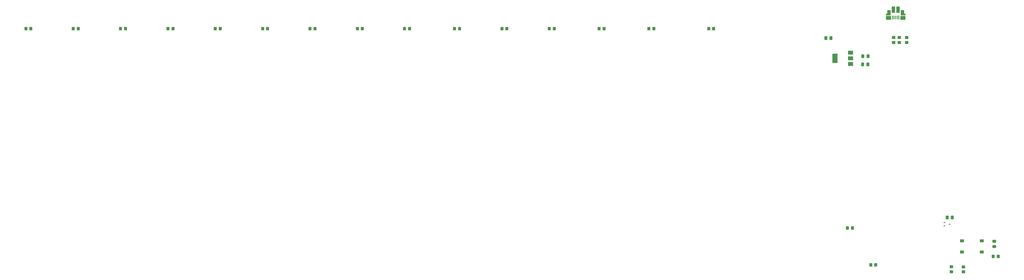
<source format=gbr>
%TF.GenerationSoftware,KiCad,Pcbnew,(6.0.4)*%
%TF.CreationDate,2023-03-10T15:04:03-05:00*%
%TF.ProjectId,main_board,6d61696e-5f62-46f6-9172-642e6b696361,v01*%
%TF.SameCoordinates,Original*%
%TF.FileFunction,Paste,Top*%
%TF.FilePolarity,Positive*%
%FSLAX46Y46*%
G04 Gerber Fmt 4.6, Leading zero omitted, Abs format (unit mm)*
G04 Created by KiCad (PCBNEW (6.0.4)) date 2023-03-10 15:04:03*
%MOMM*%
%LPD*%
G01*
G04 APERTURE LIST*
G04 Aperture macros list*
%AMRoundRect*
0 Rectangle with rounded corners*
0 $1 Rounding radius*
0 $2 $3 $4 $5 $6 $7 $8 $9 X,Y pos of 4 corners*
0 Add a 4 corners polygon primitive as box body*
4,1,4,$2,$3,$4,$5,$6,$7,$8,$9,$2,$3,0*
0 Add four circle primitives for the rounded corners*
1,1,$1+$1,$2,$3*
1,1,$1+$1,$4,$5*
1,1,$1+$1,$6,$7*
1,1,$1+$1,$8,$9*
0 Add four rect primitives between the rounded corners*
20,1,$1+$1,$2,$3,$4,$5,0*
20,1,$1+$1,$4,$5,$6,$7,0*
20,1,$1+$1,$6,$7,$8,$9,0*
20,1,$1+$1,$8,$9,$2,$3,0*%
G04 Aperture macros list end*
%ADD10RoundRect,0.250000X-0.350000X-0.450000X0.350000X-0.450000X0.350000X0.450000X-0.350000X0.450000X0*%
%ADD11RoundRect,0.250000X-0.337500X-0.475000X0.337500X-0.475000X0.337500X0.475000X-0.337500X0.475000X0*%
%ADD12R,1.550000X1.300000*%
%ADD13R,2.000000X1.500000*%
%ADD14R,2.000000X3.800000*%
%ADD15RoundRect,0.250000X0.450000X-0.350000X0.450000X0.350000X-0.450000X0.350000X-0.450000X-0.350000X0*%
%ADD16RoundRect,0.250000X-0.450000X0.350000X-0.450000X-0.350000X0.450000X-0.350000X0.450000X0.350000X0*%
%ADD17R,0.400000X1.650000*%
%ADD18R,1.350000X2.000000*%
%ADD19R,1.430000X2.500000*%
%ADD20R,1.825000X0.700000*%
%ADD21RoundRect,0.250000X-0.475000X0.337500X-0.475000X-0.337500X0.475000X-0.337500X0.475000X0.337500X0*%
%ADD22R,0.700000X0.450000*%
%ADD23RoundRect,0.250000X0.350000X0.450000X-0.350000X0.450000X-0.350000X-0.450000X0.350000X-0.450000X0*%
G04 APERTURE END LIST*
D10*
%TO.C,R18*%
X393040500Y-194818000D03*
X395040500Y-194818000D03*
%TD*%
%TO.C,R7*%
X550696500Y-275012000D03*
X552696500Y-275012000D03*
%TD*%
%TO.C,R19*%
X412040500Y-194818000D03*
X414040500Y-194818000D03*
%TD*%
D11*
%TO.C,C3*%
X556860500Y-205920000D03*
X558935500Y-205920000D03*
%TD*%
D10*
%TO.C,R15*%
X335040500Y-194818000D03*
X337040500Y-194818000D03*
%TD*%
%TO.C,R9*%
X221040500Y-194818000D03*
X223040500Y-194818000D03*
%TD*%
%TO.C,R22*%
X471040500Y-194818000D03*
X473040500Y-194818000D03*
%TD*%
D12*
%TO.C,SW1*%
X604595500Y-284668000D03*
X596645500Y-284668000D03*
X604595500Y-280168000D03*
X596645500Y-280168000D03*
%TD*%
D13*
%TO.C,U2*%
X551978000Y-209070000D03*
X551978000Y-206770000D03*
D14*
X545678000Y-206770000D03*
D13*
X551978000Y-204470000D03*
%TD*%
D15*
%TO.C,R5*%
X597230500Y-292648000D03*
X597230500Y-290648000D03*
%TD*%
D16*
%TO.C,R2*%
X571516000Y-198410000D03*
X571516000Y-200410000D03*
%TD*%
D11*
%TO.C,C5*%
X590693000Y-270748000D03*
X592768000Y-270748000D03*
%TD*%
D17*
%TO.C,J1*%
X571373000Y-190387500D03*
X570723000Y-190387500D03*
X570073000Y-190387500D03*
X569423000Y-190387500D03*
X568773000Y-190387500D03*
D13*
X572923000Y-190487500D03*
D18*
X567323000Y-188437500D03*
D19*
X569113000Y-187237500D03*
X571033000Y-187237500D03*
D13*
X567173000Y-190507500D03*
D18*
X572803000Y-188437500D03*
D20*
X567073000Y-189187500D03*
X573023000Y-189187500D03*
%TD*%
D21*
%TO.C,C2*%
X609620500Y-280380500D03*
X609620500Y-282455500D03*
%TD*%
D10*
%TO.C,R12*%
X278040500Y-194818000D03*
X280040500Y-194818000D03*
%TD*%
D22*
%TO.C,U3*%
X589620500Y-272838000D03*
X589620500Y-274138000D03*
X591620500Y-273488000D03*
%TD*%
D11*
%TO.C,C4*%
X556790500Y-209230000D03*
X558865500Y-209230000D03*
%TD*%
D10*
%TO.C,R20*%
X431040500Y-194818000D03*
X433040500Y-194818000D03*
%TD*%
%TO.C,R4*%
X609190500Y-286448000D03*
X611190500Y-286448000D03*
%TD*%
D11*
%TO.C,C1*%
X542010500Y-198622500D03*
X544085500Y-198622500D03*
%TD*%
D23*
%TO.C,R8*%
X562040500Y-289818000D03*
X560040500Y-289818000D03*
%TD*%
D10*
%TO.C,R11*%
X259003000Y-194818000D03*
X261003000Y-194818000D03*
%TD*%
D16*
%TO.C,R1*%
X569258000Y-198400000D03*
X569258000Y-200400000D03*
%TD*%
D10*
%TO.C,R10*%
X240040500Y-194818000D03*
X242040500Y-194818000D03*
%TD*%
%TO.C,R14*%
X316040500Y-194818000D03*
X318040500Y-194818000D03*
%TD*%
%TO.C,R13*%
X297040500Y-194818000D03*
X299040500Y-194818000D03*
%TD*%
%TO.C,R16*%
X354040500Y-194818000D03*
X356040500Y-194818000D03*
%TD*%
%TO.C,R17*%
X373003000Y-194818000D03*
X375003000Y-194818000D03*
%TD*%
%TO.C,R23*%
X495040500Y-194818000D03*
X497040500Y-194818000D03*
%TD*%
D15*
%TO.C,R6*%
X592430500Y-292588000D03*
X592430500Y-290588000D03*
%TD*%
%TO.C,R3*%
X574488000Y-200410000D03*
X574488000Y-198410000D03*
%TD*%
D10*
%TO.C,R21*%
X451040500Y-194818000D03*
X453040500Y-194818000D03*
%TD*%
M02*

</source>
